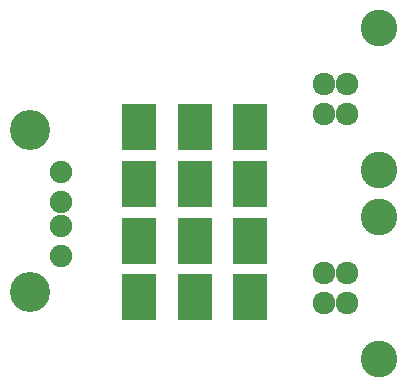
<source format=gbr>
G04 #@! TF.FileFunction,Soldermask,Top*
%FSLAX46Y46*%
G04 Gerber Fmt 4.6, Leading zero omitted, Abs format (unit mm)*
G04 Created by KiCad (PCBNEW 4.0.7) date Tue May  5 03:45:28 2020*
%MOMM*%
%LPD*%
G01*
G04 APERTURE LIST*
%ADD10C,0.100000*%
%ADD11C,1.920000*%
%ADD12C,3.100000*%
%ADD13C,1.900000*%
%ADD14C,3.400000*%
%ADD15R,3.000000X4.000000*%
G04 APERTURE END LIST*
D10*
D11*
X138700000Y-113140000D03*
X138700000Y-110600000D03*
X140700000Y-110600000D03*
X140700000Y-113140000D03*
D12*
X143400000Y-117870000D03*
X143400000Y-105870000D03*
D13*
X116500000Y-109210000D03*
X116500000Y-106670000D03*
X116500000Y-104640000D03*
X116500000Y-102100000D03*
D14*
X113830000Y-112260000D03*
X113830000Y-98540000D03*
D11*
X138700000Y-97140000D03*
X138700000Y-94600000D03*
X140700000Y-94600000D03*
X140700000Y-97140000D03*
D12*
X143400000Y-101870000D03*
X143400000Y-89870000D03*
D15*
X123100000Y-112700000D03*
X123100000Y-107900000D03*
X123100000Y-98300000D03*
X123100000Y-103100000D03*
X127800000Y-103100000D03*
X127800000Y-98300000D03*
X127800000Y-107900000D03*
X127800000Y-112700000D03*
X132500000Y-112700000D03*
X132500000Y-107900000D03*
X132500000Y-98300000D03*
X132500000Y-103100000D03*
M02*

</source>
